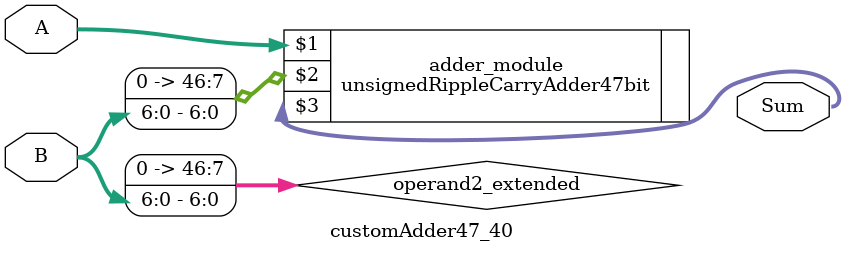
<source format=v>
module customAdder47_40(
                        input [46 : 0] A,
                        input [6 : 0] B,
                        
                        output [47 : 0] Sum
                );

        wire [46 : 0] operand2_extended;
        
        assign operand2_extended =  {40'b0, B};
        
        unsignedRippleCarryAdder47bit adder_module(
            A,
            operand2_extended,
            Sum
        );
        
        endmodule
        
</source>
